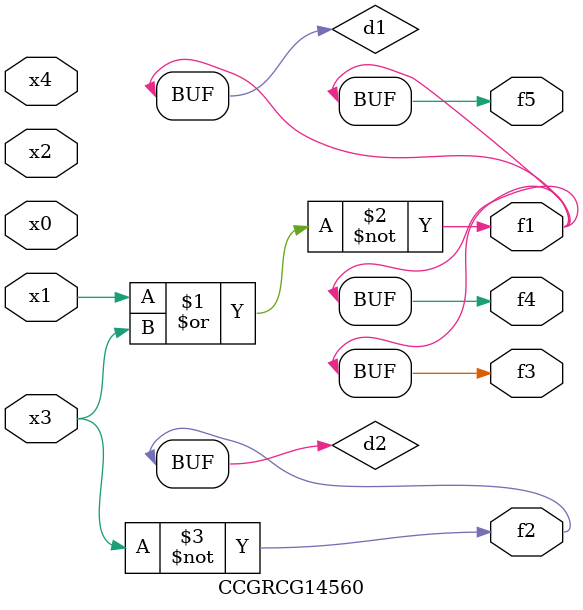
<source format=v>
module CCGRCG14560(
	input x0, x1, x2, x3, x4,
	output f1, f2, f3, f4, f5
);

	wire d1, d2;

	nor (d1, x1, x3);
	not (d2, x3);
	assign f1 = d1;
	assign f2 = d2;
	assign f3 = d1;
	assign f4 = d1;
	assign f5 = d1;
endmodule

</source>
